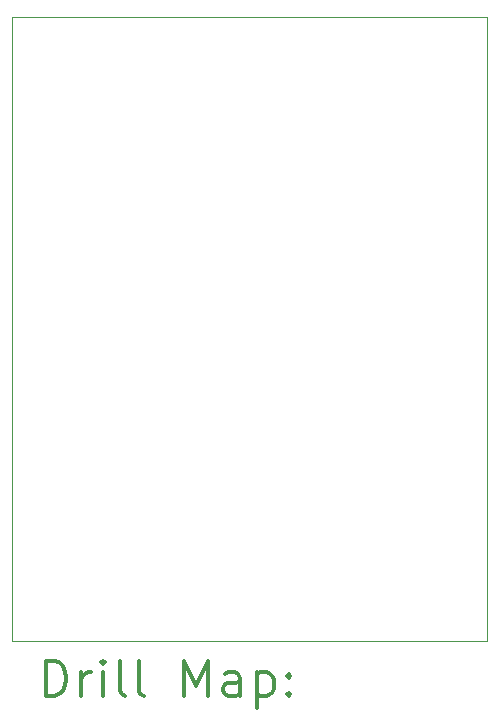
<source format=gbr>
%FSLAX45Y45*%
G04 Gerber Fmt 4.5, Leading zero omitted, Abs format (unit mm)*
G04 Created by KiCad (PCBNEW (5.1.5)-3) date 2020-09-08 23:26:04*
%MOMM*%
%LPD*%
G04 APERTURE LIST*
%TA.AperFunction,Profile*%
%ADD10C,0.050000*%
%TD*%
%ADD11C,0.200000*%
%ADD12C,0.300000*%
G04 APERTURE END LIST*
D10*
X16490000Y-5790000D02*
X12470000Y-5790000D01*
X16490000Y-11070000D02*
X16490000Y-5790000D01*
X12470000Y-11070000D02*
X16490000Y-11070000D01*
X12470000Y-5790000D02*
X12470000Y-11070000D01*
D11*
D12*
X12753928Y-11538214D02*
X12753928Y-11238214D01*
X12825357Y-11238214D01*
X12868214Y-11252500D01*
X12896786Y-11281071D01*
X12911071Y-11309643D01*
X12925357Y-11366786D01*
X12925357Y-11409643D01*
X12911071Y-11466786D01*
X12896786Y-11495357D01*
X12868214Y-11523929D01*
X12825357Y-11538214D01*
X12753928Y-11538214D01*
X13053928Y-11538214D02*
X13053928Y-11338214D01*
X13053928Y-11395357D02*
X13068214Y-11366786D01*
X13082500Y-11352500D01*
X13111071Y-11338214D01*
X13139643Y-11338214D01*
X13239643Y-11538214D02*
X13239643Y-11338214D01*
X13239643Y-11238214D02*
X13225357Y-11252500D01*
X13239643Y-11266786D01*
X13253928Y-11252500D01*
X13239643Y-11238214D01*
X13239643Y-11266786D01*
X13425357Y-11538214D02*
X13396786Y-11523929D01*
X13382500Y-11495357D01*
X13382500Y-11238214D01*
X13582500Y-11538214D02*
X13553928Y-11523929D01*
X13539643Y-11495357D01*
X13539643Y-11238214D01*
X13925357Y-11538214D02*
X13925357Y-11238214D01*
X14025357Y-11452500D01*
X14125357Y-11238214D01*
X14125357Y-11538214D01*
X14396786Y-11538214D02*
X14396786Y-11381071D01*
X14382500Y-11352500D01*
X14353928Y-11338214D01*
X14296786Y-11338214D01*
X14268214Y-11352500D01*
X14396786Y-11523929D02*
X14368214Y-11538214D01*
X14296786Y-11538214D01*
X14268214Y-11523929D01*
X14253928Y-11495357D01*
X14253928Y-11466786D01*
X14268214Y-11438214D01*
X14296786Y-11423929D01*
X14368214Y-11423929D01*
X14396786Y-11409643D01*
X14539643Y-11338214D02*
X14539643Y-11638214D01*
X14539643Y-11352500D02*
X14568214Y-11338214D01*
X14625357Y-11338214D01*
X14653928Y-11352500D01*
X14668214Y-11366786D01*
X14682500Y-11395357D01*
X14682500Y-11481071D01*
X14668214Y-11509643D01*
X14653928Y-11523929D01*
X14625357Y-11538214D01*
X14568214Y-11538214D01*
X14539643Y-11523929D01*
X14811071Y-11509643D02*
X14825357Y-11523929D01*
X14811071Y-11538214D01*
X14796786Y-11523929D01*
X14811071Y-11509643D01*
X14811071Y-11538214D01*
X14811071Y-11352500D02*
X14825357Y-11366786D01*
X14811071Y-11381071D01*
X14796786Y-11366786D01*
X14811071Y-11352500D01*
X14811071Y-11381071D01*
M02*

</source>
